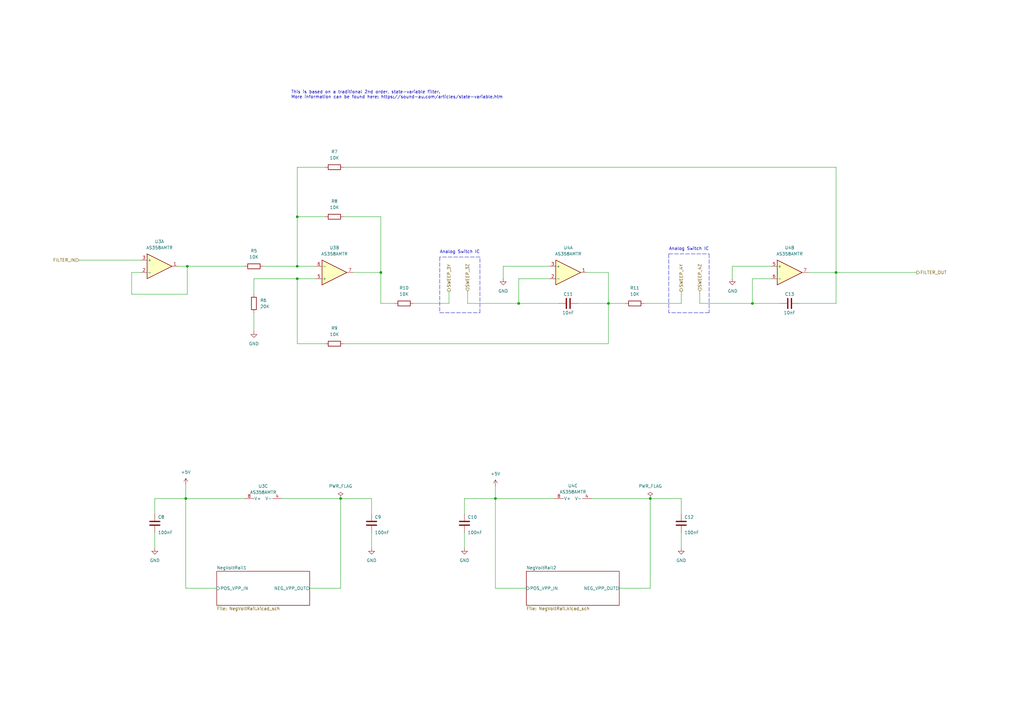
<source format=kicad_sch>
(kicad_sch (version 20211123) (generator eeschema)
  (paper "A3")
  (lib_symbols
    (symbol "Amplifier_Operational:TL072" (pin_names (offset 0.127))
      (property "Reference" "U" (at 0 5.08 0))
      (property "Value" "TL072" (at 0 -5.08 0))
      (symbol "TL072_1_1"
        (polyline (pts (xy -5.08 5.08) (xy 5.08 0) (xy -5.08 -5.08) (xy -5.08 5.08)) (stroke (width 0.254)) (fill (type background)))
        (pin output line (at 7.62 0 180) (length 2.54) (name "~") (number "1"))
        (pin input line (at -7.62 -2.54 0) (length 2.54) (name "-") (number "2"))
        (pin input line (at -7.62 2.54 0) (length 2.54) (name "+") (number "3"))
      )
      (symbol "TL072_2_1"
        (polyline (pts (xy -5.08 5.08) (xy 5.08 0) (xy -5.08 -5.08) (xy -5.08 5.08)) (stroke (width 0.254)) (fill (type background)))
        (pin input line (at -7.62 2.54 0) (length 2.54) (name "+") (number "5"))
        (pin input line (at -7.62 -2.54 0) (length 2.54) (name "-") (number "6"))
        (pin output line (at 7.62 0 180) (length 2.54) (name "~") (number "7"))
      )
      (symbol "TL072_3_1"
        (pin power_in line (at -2.54 -7.62 90) (length 3.81) (name "V-") (number "4"))
        (pin power_in line (at -2.54 7.62 270) (length 3.81) (name "V+") (number "8"))
      )
    )
    (symbol "Device:C" (pin_numbers hide) (pin_names (offset 0.254))
      (property "Reference" "C" (at 0.635 2.54 0))
      (property "Value" "C" (at 0.635 -2.54 0))
      (symbol "C_0_1"
        (polyline (pts (xy -2.032 -0.762) (xy 2.032 -0.762)) (stroke (width 0.508)))
        (polyline (pts (xy -2.032 0.762) (xy 2.032 0.762)) (stroke (width 0.508)))
      )
      (symbol "C_1_1"
        (pin passive line (at 0 3.81 270) (length 2.794) (name "~") (number "1"))
        (pin passive line (at 0 -3.81 90) (length 2.794) (name "~") (number "2"))
      )
    )
    (symbol "Device:R" (pin_numbers hide) (pin_names (offset 0))
      (property "Reference" "R" (at 2.032 0 90))
      (property "Value" "R" (at 0 0 90))
      (symbol "R_0_1"
        (rectangle (start -1.016 -2.54) (end 1.016 2.54) (stroke (width 0.254)))
      )
      (symbol "R_1_1"
        (pin passive line (at 0 3.81 270) (length 1.27) (name "~") (number "1"))
        (pin passive line (at 0 -3.81 90) (length 1.27) (name "~") (number "2"))
      )
    )
    (symbol "power:+5V" (power) (pin_names (offset 0))
      (property "Value" "+5V" (at 0 3.556 0))
      (symbol "+5V_0_1"
        (polyline (pts (xy -0.762 1.27) (xy 0 2.54)))
        (polyline (pts (xy 0 0) (xy 0 2.54)))
        (polyline (pts (xy 0 2.54) (xy 0.762 1.27)))
      )
      (symbol "+5V_1_1"
        (pin power_in line (at 0 0 90) (length 0) hide (name "+5V") (number "1"))
      )
    )
    (symbol "power:GND" (power) (pin_names (offset 0))
      (property "Value" "GND" (at 0 -3.81 0))
      (symbol "GND_0_1"
        (polyline (pts (xy 0 0) (xy 0 -1.27) (xy 1.27 -1.27) (xy 0 -2.54) (xy -1.27 -1.27) (xy 0 -1.27)))
      )
      (symbol "GND_1_1"
        (pin power_in line (at 0 0 270) (length 0) hide (name "GND") (number "1"))
      )
    )
    (symbol "power:PWR_FLAG" (power) (pin_numbers hide) (pin_names (offset 0) hide)
      (property "Value" "PWR_FLAG" (at 0 3.81 0))
      (symbol "PWR_FLAG_0_0"
        (pin power_out line (at 0 0 90) (length 0) (name "pwr") (number "1"))
      )
      (symbol "PWR_FLAG_0_1"
        (polyline (pts (xy 0 0) (xy 0 1.27) (xy -1.016 1.905) (xy 0 2.54) (xy 1.016 1.905) (xy 0 1.27)))
      )
    )
  )
  (junction (at 139.7 204.47))
  (junction (at 212.725 124.46))
  (junction (at 203.2 204.47))
  (junction (at 76.2 204.47))
  (junction (at 156.21 111.76))
  (junction (at 121.92 114.3))
  (junction (at 121.92 88.9))
  (junction (at 249.555 124.46))
  (junction (at 121.92 109.22))
  (junction (at 308.61 124.46))
  (junction (at 266.7 204.47))
  (junction (at 342.9 111.76))
  (junction (at 76.835 109.22))
  (wire (pts (xy 57.785 111.76) (xy 53.975 111.76)))
  (wire (pts (xy 184.15 119.38) (xy 184.15 124.46)))
  (wire (pts (xy 152.4 218.44) (xy 152.4 224.79)))
  (wire (pts (xy 156.21 124.46) (xy 156.21 111.76)))
  (wire (pts (xy 53.975 111.76) (xy 53.975 120.65)))
  (wire (pts (xy 121.92 109.22) (xy 129.54 109.22)))
  (wire (pts (xy 242.57 204.47) (xy 266.7 204.47)))
  (wire (pts (xy 121.92 140.97) (xy 121.92 114.3)))
  (wire (pts (xy 140.97 68.58) (xy 342.9 68.58)))
  (wire (pts (xy 139.7 241.3) (xy 127 241.3)))
  (wire (pts (xy 76.2 198.7479) (xy 76.2 204.47)))
  (wire (pts (xy 287.02 124.46) (xy 308.61 124.46)))
  (wire (pts (xy 76.835 109.22) (xy 100.33 109.22)))
  (polyline (pts (xy 196.85 128.27) (xy 196.85 105.41)))
  (wire (pts (xy 115.57 204.47) (xy 139.7 204.47)))
  (wire (pts (xy 287.02 119.38) (xy 287.02 124.46)))
  (wire (pts (xy 104.14 120.65) (xy 104.14 114.3)))
  (wire (pts (xy 104.14 128.27) (xy 104.14 135.89)))
  (wire (pts (xy 190.5 218.44) (xy 190.5 224.79)))
  (wire (pts (xy 169.545 124.46) (xy 184.15 124.46)))
  (wire (pts (xy 342.9 68.58) (xy 342.9 111.76)))
  (wire (pts (xy 206.375 114.3) (xy 206.375 109.22)))
  (wire (pts (xy 308.61 114.3) (xy 316.23 114.3)))
  (wire (pts (xy 161.925 124.46) (xy 156.21 124.46)))
  (wire (pts (xy 203.2 204.47) (xy 227.33 204.47)))
  (wire (pts (xy 76.2 204.47) (xy 100.33 204.47)))
  (wire (pts (xy 156.21 88.9) (xy 156.21 111.76)))
  (polyline (pts (xy 290.83 104.14) (xy 290.83 128.27)))
  (wire (pts (xy 76.835 109.22) (xy 73.025 109.22)))
  (wire (pts (xy 203.2 204.47) (xy 203.2 241.3)))
  (wire (pts (xy 32.385 106.68) (xy 57.785 106.68)))
  (wire (pts (xy 104.14 114.3) (xy 121.92 114.3)))
  (wire (pts (xy 308.61 124.46) (xy 320.04 124.46)))
  (wire (pts (xy 206.375 109.22) (xy 225.425 109.22)))
  (wire (pts (xy 53.975 120.65) (xy 76.835 120.65)))
  (wire (pts (xy 133.35 88.9) (xy 121.92 88.9)))
  (polyline (pts (xy 180.34 105.41) (xy 180.34 128.27)))
  (wire (pts (xy 190.5 204.47) (xy 190.5 210.82)))
  (wire (pts (xy 191.77 119.38) (xy 191.77 124.46)))
  (wire (pts (xy 139.7 204.47) (xy 152.4 204.47)))
  (wire (pts (xy 279.4 204.47) (xy 279.4 210.82)))
  (polyline (pts (xy 274.32 104.14) (xy 274.32 128.27)))
  (wire (pts (xy 212.725 124.46) (xy 212.725 114.3)))
  (wire (pts (xy 266.7 204.47) (xy 266.7 241.3)))
  (wire (pts (xy 212.725 124.46) (xy 229.235 124.46)))
  (wire (pts (xy 152.4 204.47) (xy 152.4 210.82)))
  (wire (pts (xy 249.555 111.76) (xy 249.555 124.46)))
  (wire (pts (xy 88.9 241.3) (xy 76.2 241.3)))
  (wire (pts (xy 133.35 68.58) (xy 121.92 68.58)))
  (wire (pts (xy 266.7 204.47) (xy 279.4 204.47)))
  (wire (pts (xy 264.16 124.46) (xy 279.4 124.46)))
  (wire (pts (xy 63.5 218.44) (xy 63.5 224.79)))
  (wire (pts (xy 342.9 124.46) (xy 342.9 111.76)))
  (wire (pts (xy 63.5 204.47) (xy 76.2 204.47)))
  (wire (pts (xy 121.92 114.3) (xy 129.54 114.3)))
  (polyline (pts (xy 274.32 104.14) (xy 290.83 104.14)))
  (wire (pts (xy 279.4 119.38) (xy 279.4 124.46)))
  (wire (pts (xy 133.35 140.97) (xy 121.92 140.97)))
  (wire (pts (xy 144.78 111.76) (xy 156.21 111.76)))
  (polyline (pts (xy 180.34 128.27) (xy 196.85 128.27)))
  (wire (pts (xy 212.725 114.3) (xy 225.425 114.3)))
  (wire (pts (xy 191.77 124.46) (xy 212.725 124.46)))
  (wire (pts (xy 300.355 109.22) (xy 316.23 109.22)))
  (wire (pts (xy 236.855 124.46) (xy 249.555 124.46)))
  (wire (pts (xy 308.61 124.46) (xy 308.61 114.3)))
  (wire (pts (xy 76.835 120.65) (xy 76.835 109.22)))
  (wire (pts (xy 342.9 111.76) (xy 375.92 111.76)))
  (wire (pts (xy 215.9 241.3) (xy 203.2 241.3)))
  (wire (pts (xy 342.9 111.76) (xy 331.47 111.76)))
  (wire (pts (xy 279.4 218.44) (xy 279.4 224.79)))
  (wire (pts (xy 249.555 124.46) (xy 249.555 140.97)))
  (wire (pts (xy 107.95 109.22) (xy 121.92 109.22)))
  (wire (pts (xy 121.92 88.9) (xy 121.92 109.22)))
  (wire (pts (xy 121.92 68.58) (xy 121.92 88.9)))
  (wire (pts (xy 140.97 88.9) (xy 156.21 88.9)))
  (wire (pts (xy 266.7 241.3) (xy 254 241.3)))
  (wire (pts (xy 327.66 124.46) (xy 342.9 124.46)))
  (wire (pts (xy 300.355 114.3) (xy 300.355 109.22)))
  (wire (pts (xy 63.5 204.47) (xy 63.5 210.82)))
  (wire (pts (xy 249.555 140.97) (xy 140.97 140.97)))
  (polyline (pts (xy 196.85 105.41) (xy 180.34 105.41)))
  (wire (pts (xy 249.555 111.76) (xy 240.665 111.76)))
  (wire (pts (xy 203.2 199.39) (xy 203.2 204.47)))
  (wire (pts (xy 139.7 204.47) (xy 139.7 241.3)))
  (wire (pts (xy 190.5 204.47) (xy 203.2 204.47)))
  (polyline (pts (xy 290.83 128.27) (xy 274.32 128.27)))
  (wire (pts (xy 256.54 124.46) (xy 249.555 124.46)))
  (wire (pts (xy 76.2 204.47) (xy 76.2 241.3)))
  (text "Analog Switch IC" (at 274.32 102.87 0) (effects (font (size 1.27 1.27)) (justify left bottom)))
  (text "This is based on a traditional 2nd order, state-variable filter.\nMore information can be found here: https://sound-au.com/articles/state-variable.htm" (at 119.38 40.64 0) (effects (font (size 1.27 1.27)) (justify left bottom)))
  (text "Analog Switch IC" (at 180.34 104.14 0) (effects (font (size 1.27 1.27)) (justify left bottom)))
  (hierarchical_label "FILTER_OUT" (shape output) (at 375.92 111.76 0))
  (hierarchical_label "SWEEP_4Z" (shape input) (at 287.02 119.38 90))
  (hierarchical_label "SWEEP_4Y" (shape output) (at 279.4 119.38 90))
  (hierarchical_label "FILTER_IN" (shape input) (at 32.385 106.68 180))
  (hierarchical_label "SWEEP_3Y" (shape output) (at 184.15 119.38 90))
  (hierarchical_label "SWEEP_3Z" (shape input) (at 191.77 119.38 90))
  (symbol (lib_id "power:GND") (at 300.355 114.3 0) (unit 1)
    (property "Reference" "#PWR032" (effects hide))
    (property "Value" "GND" (at 298.45 119.38 0) (effects (justify left)))
  )
  (symbol (lib_id "power:+5V") (at 76.2 198.7479 0) (unit 1)
    (property "Reference" "#PWR025" (effects hide))
    (property "Value" "+5V" (at 76.2 193.6679 0))
  )
  (symbol (lib_id "Device:R") (at 104.14 109.22 90) (unit 1)
    (property "Reference" "R5" (at 104.14 102.87 90))
    (property "Value" "10K" (at 104.14 105.41 90))
    (property "Footprint" "Resistor_SMD:R_0805_2012Metric_Pad1.20x1.40mm_HandSolder" (effects hide))
  )
  (symbol (lib_id "Device:C") (at 152.4 214.63 180) (unit 1)
    (property "Reference" "C9" (at 153.67 212.09 0) (effects (justify right)))
    (property "Value" "100nF" (at 153.67 218.44 0) (effects (justify right)))
    (property "Footprint" "Capacitor_SMD:C_0805_2012Metric_Pad1.18x1.45mm_HandSolder" (effects hide))
  )
  (symbol (lib_id "power:+5V") (at 203.2 199.39 0) (unit 1)
    (property "Reference" "#PWR029" (effects hide))
    (property "Value" "+5V" (at 203.2 194.31 0))
  )
  (symbol (lib_id "Device:C") (at 279.4 214.63 180) (unit 1)
    (property "Reference" "C12" (at 280.67 212.09 0) (effects (justify right)))
    (property "Value" "100nF" (at 280.67 218.44 0) (effects (justify right)))
    (property "Footprint" "Capacitor_SMD:C_0805_2012Metric_Pad1.18x1.45mm_HandSolder" (effects hide))
  )
  (symbol (lib_id "Amplifier_Operational:TL072") (at 233.045 111.76 0) (unit 1)
    (property "Reference" "U4" (at 233.045 101.6 0))
    (property "Value" "AS358AMTR" (at 233.045 104.14 0))
    (property "Footprint" "Package_SO:SOIC-8_3.9x4.9mm_P1.27mm" (effects hide))
    (property "Datasheet" "https://cdn.sparkfun.com/assets/8/4/9/e/1/DS-15946.pdf" (effects hide))
  )
  (symbol (lib_id "Device:C") (at 233.045 124.46 90) (unit 1)
    (property "Reference" "C11" (at 233.045 120.65 90))
    (property "Value" "10nF" (at 233.045 128.27 90))
    (property "Footprint" "Capacitor_SMD:C_0805_2012Metric_Pad1.18x1.45mm_HandSolder" (effects hide))
  )
  (symbol (lib_id "power:PWR_FLAG") (at 139.7 204.47 0) (unit 1)
    (property "Reference" "#FLG02" (effects hide))
    (property "Value" "PWR_FLAG" (at 139.7 199.39 0))
  )
  (symbol (lib_id "power:GND") (at 104.14 135.89 0) (unit 1)
    (property "Reference" "#PWR026" (effects hide))
    (property "Value" "GND" (at 104.14 140.97 0))
  )
  (symbol (lib_id "power:GND") (at 206.375 114.3 0) (unit 1)
    (property "Reference" "#PWR030" (effects hide))
    (property "Value" "GND" (at 206.375 119.38 0))
  )
  (symbol (lib_id "Device:R") (at 104.14 124.46 180) (unit 1)
    (property "Reference" "R6" (at 106.68 123.1899 0) (effects (justify right)))
    (property "Value" "20K" (at 106.68 125.7299 0) (effects (justify right)))
    (property "Footprint" "Resistor_SMD:R_0805_2012Metric_Pad1.20x1.40mm_HandSolder" (effects hide))
  )
  (symbol (lib_id "Amplifier_Operational:TL072") (at 137.16 111.76 0) (mirror x) (unit 2)
    (property "Reference" "U3" (at 137.16 101.6 0))
    (property "Value" "AS358AMTR" (at 137.16 104.14 0))
    (property "Footprint" "Package_SO:SOIC-8_3.9x4.9mm_P1.27mm" (effects hide))
    (property "Datasheet" "https://cdn.sparkfun.com/assets/8/4/9/e/1/DS-15946.pdf" (effects hide))
  )
  (symbol (lib_id "Amplifier_Operational:TL072") (at 107.95 201.93 90) (unit 3)
    (property "Reference" "U3" (at 107.95 199.39 90))
    (property "Value" "AS358AMTR" (at 107.95 201.93 90))
    (property "Footprint" "Package_SO:SOIC-8_3.9x4.9mm_P1.27mm" (effects hide))
    (property "Datasheet" "https://cdn.sparkfun.com/assets/8/4/9/e/1/DS-15946.pdf" (effects hide))
  )
  (symbol (lib_id "Device:R") (at 260.35 124.46 90) (unit 1)
    (property "Reference" "R11" (at 260.35 118.11 90))
    (property "Value" "10K" (at 260.35 120.65 90))
    (property "Footprint" "Resistor_SMD:R_0805_2012Metric_Pad1.20x1.40mm_HandSolder" (effects hide))
  )
  (symbol (lib_id "Device:R") (at 165.735 124.46 90) (unit 1)
    (property "Reference" "R10" (at 165.735 118.11 90))
    (property "Value" "10K" (at 165.735 120.65 90))
    (property "Footprint" "Resistor_SMD:R_0805_2012Metric_Pad1.20x1.40mm_HandSolder" (effects hide))
  )
  (symbol (lib_id "Device:C") (at 323.85 124.46 90) (unit 1)
    (property "Reference" "C13" (at 323.85 120.65 90))
    (property "Value" "10nF" (at 323.85 128.27 90))
    (property "Footprint" "Capacitor_SMD:C_0805_2012Metric_Pad1.18x1.45mm_HandSolder" (effects hide))
  )
  (symbol (lib_id "Amplifier_Operational:TL072") (at 234.95 201.93 90) (unit 3)
    (property "Reference" "U4" (at 234.95 199.2259 90))
    (property "Value" "AS358AMTR" (at 234.95 201.7659 90))
    (property "Footprint" "Package_SO:SOIC-8_3.9x4.9mm_P1.27mm" (effects hide))
    (property "Datasheet" "https://cdn.sparkfun.com/assets/8/4/9/e/1/DS-15946.pdf" (effects hide))
  )
  (symbol (lib_id "Device:R") (at 137.16 88.9 90) (unit 1)
    (property "Reference" "R8" (at 137.16 82.55 90))
    (property "Value" "10K" (at 137.16 85.09 90))
    (property "Footprint" "Resistor_SMD:R_0805_2012Metric_Pad1.20x1.40mm_HandSolder" (effects hide))
  )
  (symbol (lib_id "power:GND") (at 63.5 224.79 0) (unit 1)
    (property "Reference" "#PWR024" (effects hide))
    (property "Value" "GND" (at 63.5 229.87 0))
  )
  (symbol (lib_id "Device:C") (at 190.5 214.63 180) (unit 1)
    (property "Reference" "C10" (at 191.77 212.09 0) (effects (justify right)))
    (property "Value" "100nF" (at 191.77 218.44 0) (effects (justify right)))
    (property "Footprint" "Capacitor_SMD:C_0805_2012Metric_Pad1.18x1.45mm_HandSolder" (effects hide))
  )
  (symbol (lib_id "Device:R") (at 137.16 68.58 90) (unit 1)
    (property "Reference" "R7" (at 137.16 62.23 90))
    (property "Value" "10K" (at 137.16 64.77 90))
    (property "Footprint" "Resistor_SMD:R_0805_2012Metric_Pad1.20x1.40mm_HandSolder" (effects hide))
  )
  (symbol (lib_id "power:GND") (at 190.5 224.79 0) (unit 1)
    (property "Reference" "#PWR028" (effects hide))
    (property "Value" "GND" (at 190.5 229.87 0))
  )
  (symbol (lib_id "Device:R") (at 137.16 140.97 90) (unit 1)
    (property "Reference" "R9" (at 137.16 134.62 90))
    (property "Value" "10K" (at 137.16 137.16 90))
    (property "Footprint" "Resistor_SMD:R_0805_2012Metric_Pad1.20x1.40mm_HandSolder" (effects hide))
  )
  (symbol (lib_id "power:GND") (at 279.4 224.79 0) (unit 1)
    (property "Reference" "#PWR031" (effects hide))
    (property "Value" "GND" (at 279.4 229.87 0))
  )
  (symbol (lib_id "Amplifier_Operational:TL072") (at 65.405 109.22 0) (unit 1)
    (property "Reference" "U3" (at 65.405 99.06 0))
    (property "Value" "AS358AMTR" (at 65.405 101.6 0))
    (property "Footprint" "Package_SO:SOIC-8_3.9x4.9mm_P1.27mm" (effects hide))
    (property "Datasheet" "https://cdn.sparkfun.com/assets/8/4/9/e/1/DS-15946.pdf" (effects hide))
  )
  (symbol (lib_id "Amplifier_Operational:TL072") (at 323.85 111.76 0) (unit 2)
    (property "Reference" "U4" (at 323.85 101.6 0))
    (property "Value" "AS358AMTR" (at 323.85 104.14 0))
    (property "Footprint" "Package_SO:SOIC-8_3.9x4.9mm_P1.27mm" (effects hide))
    (property "Datasheet" "https://cdn.sparkfun.com/assets/8/4/9/e/1/DS-15946.pdf" (effects hide))
  )
  (symbol (lib_id "power:GND") (at 152.4 224.79 0) (unit 1)
    (property "Reference" "#PWR027" (effects hide))
    (property "Value" "GND" (at 152.4 229.87 0))
  )
  (symbol (lib_id "Device:C") (at 63.5 214.63 180) (unit 1)
    (property "Reference" "C8" (at 64.77 212.09 0) (effects (justify right)))
    (property "Value" "100nF" (at 64.77 218.44 0) (effects (justify right)))
    (property "Footprint" "Capacitor_SMD:C_0805_2012Metric_Pad1.18x1.45mm_HandSolder" (effects hide))
  )
  (symbol (lib_id "power:PWR_FLAG") (at 266.7 204.47 0) (unit 1)
    (property "Reference" "#FLG03" (effects hide))
    (property "Value" "PWR_FLAG" (at 266.7 199.39 0))
  )
  (sheet (at 88.9 234.3221) (size 38.1 13.97) (stroke (width 0.1524))
    (property "Sheet name" "NegVoltRail1" (at 88.9 233.6105 0) (effects (justify left bottom)))
    (property "Sheet file" "NegVoltRail.kicad_sch" (at 88.9 248.8767 0) (effects (justify left top)))
    (pin "POS_VPP_IN" input (at 88.9 241.3 180))
    (pin "NEG_VPP_OUT" output (at 127 241.3 0))
  )
  (sheet (at 215.9 234.3221) (size 38.1 13.97) (stroke (width 0.1524))
    (property "Sheet name" "NegVoltRail2" (at 215.9 233.6105 0) (effects (justify left bottom)))
    (property "Sheet file" "NegVoltRail.kicad_sch" (at 215.9 248.8767 0) (effects (justify left top)))
    (pin "POS_VPP_IN" input (at 215.9 241.3 180))
    (pin "NEG_VPP_OUT" output (at 254 241.3 0))
  )
)
</source>
